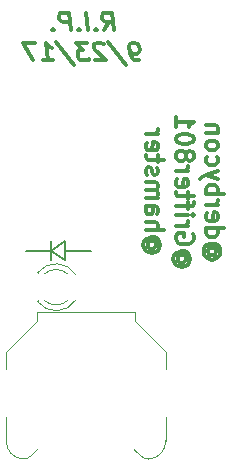
<source format=gbr>
G04 #@! TF.GenerationSoftware,KiCad,Pcbnew,(5.0.0-rc2-dev-321-g78161b592)*
G04 #@! TF.CreationDate,2018-09-15T23:15:39-06:00*
G04 #@! TF.ProjectId,trevor,747265766F722E6B696361645F706362,rev?*
G04 #@! TF.SameCoordinates,Original*
G04 #@! TF.FileFunction,Legend,Bot*
G04 #@! TF.FilePolarity,Positive*
%FSLAX46Y46*%
G04 Gerber Fmt 4.6, Leading zero omitted, Abs format (unit mm)*
G04 Created by KiCad (PCBNEW (5.0.0-rc2-dev-321-g78161b592)) date 09/15/18 23:15:39*
%MOMM*%
%LPD*%
G01*
G04 APERTURE LIST*
%ADD10C,0.300000*%
%ADD11C,0.200000*%
%ADD12C,0.120000*%
%ADD13R,3.900000X3.700000*%
%ADD14R,4.400000X4.400000*%
%ADD15R,2.200000X2.200000*%
%ADD16C,2.200000*%
%ADD17C,5.400000*%
%ADD18C,0.254000*%
G04 APERTURE END LIST*
D10*
X93820357Y-49303571D02*
X94231071Y-48589285D01*
X94677500Y-49303571D02*
X94490000Y-47803571D01*
X93918571Y-47803571D01*
X93784642Y-47875000D01*
X93722142Y-47946428D01*
X93668571Y-48089285D01*
X93695357Y-48303571D01*
X93784642Y-48446428D01*
X93865000Y-48517857D01*
X94016785Y-48589285D01*
X94588214Y-48589285D01*
X93159642Y-49160714D02*
X93097142Y-49232142D01*
X93177500Y-49303571D01*
X93240000Y-49232142D01*
X93159642Y-49160714D01*
X93177500Y-49303571D01*
X92463214Y-49303571D02*
X92275714Y-47803571D01*
X91731071Y-49160714D02*
X91668571Y-49232142D01*
X91748928Y-49303571D01*
X91811428Y-49232142D01*
X91731071Y-49160714D01*
X91748928Y-49303571D01*
X91034642Y-49303571D02*
X90847142Y-47803571D01*
X90275714Y-47803571D01*
X90141785Y-47875000D01*
X90079285Y-47946428D01*
X90025714Y-48089285D01*
X90052500Y-48303571D01*
X90141785Y-48446428D01*
X90222142Y-48517857D01*
X90373928Y-48589285D01*
X90945357Y-48589285D01*
X89516785Y-49160714D02*
X89454285Y-49232142D01*
X89534642Y-49303571D01*
X89597142Y-49232142D01*
X89516785Y-49160714D01*
X89534642Y-49303571D01*
X96820357Y-51853571D02*
X96534642Y-51853571D01*
X96382857Y-51782142D01*
X96302500Y-51710714D01*
X96132857Y-51496428D01*
X96025714Y-51210714D01*
X95954285Y-50639285D01*
X96007857Y-50496428D01*
X96070357Y-50425000D01*
X96204285Y-50353571D01*
X96490000Y-50353571D01*
X96641785Y-50425000D01*
X96722142Y-50496428D01*
X96811428Y-50639285D01*
X96856071Y-50996428D01*
X96802500Y-51139285D01*
X96740000Y-51210714D01*
X96606071Y-51282142D01*
X96320357Y-51282142D01*
X96168571Y-51210714D01*
X96088214Y-51139285D01*
X95998928Y-50996428D01*
X94195357Y-50282142D02*
X95722142Y-52210714D01*
X93793571Y-50496428D02*
X93713214Y-50425000D01*
X93561428Y-50353571D01*
X93204285Y-50353571D01*
X93070357Y-50425000D01*
X93007857Y-50496428D01*
X92954285Y-50639285D01*
X92972142Y-50782142D01*
X93070357Y-50996428D01*
X94034642Y-51853571D01*
X93106071Y-51853571D01*
X92418571Y-50353571D02*
X91490000Y-50353571D01*
X92061428Y-50925000D01*
X91847142Y-50925000D01*
X91713214Y-50996428D01*
X91650714Y-51067857D01*
X91597142Y-51210714D01*
X91641785Y-51567857D01*
X91731071Y-51710714D01*
X91811428Y-51782142D01*
X91963214Y-51853571D01*
X92391785Y-51853571D01*
X92525714Y-51782142D01*
X92588214Y-51710714D01*
X89766785Y-50282142D02*
X91293571Y-52210714D01*
X88677500Y-51853571D02*
X89534642Y-51853571D01*
X89106071Y-51853571D02*
X88918571Y-50353571D01*
X89088214Y-50567857D01*
X89248928Y-50710714D01*
X89400714Y-50782142D01*
X87990000Y-50353571D02*
X86990000Y-50353571D01*
X87820357Y-51853571D01*
D11*
X90550000Y-67950000D02*
X92750000Y-67950000D01*
X90550000Y-68750000D02*
X89350000Y-67950000D01*
X90550000Y-67150000D02*
X90550000Y-68750000D01*
X89350000Y-67950000D02*
X90550000Y-67150000D01*
X89350000Y-67150000D02*
X89350000Y-68750000D01*
X87250000Y-67950000D02*
X89350000Y-67950000D01*
D10*
X103185714Y-67714285D02*
X103257142Y-67785714D01*
X103328571Y-67928571D01*
X103328571Y-68071428D01*
X103257142Y-68214285D01*
X103185714Y-68285714D01*
X103042857Y-68357142D01*
X102900000Y-68357142D01*
X102757142Y-68285714D01*
X102685714Y-68214285D01*
X102614285Y-68071428D01*
X102614285Y-67928571D01*
X102685714Y-67785714D01*
X102757142Y-67714285D01*
X103328571Y-67714285D02*
X102757142Y-67714285D01*
X102685714Y-67642857D01*
X102685714Y-67571428D01*
X102757142Y-67428571D01*
X102900000Y-67357142D01*
X103257142Y-67357142D01*
X103471428Y-67500000D01*
X103614285Y-67714285D01*
X103685714Y-68000000D01*
X103614285Y-68285714D01*
X103471428Y-68500000D01*
X103257142Y-68642857D01*
X102971428Y-68714285D01*
X102685714Y-68642857D01*
X102471428Y-68500000D01*
X102328571Y-68285714D01*
X102257142Y-68000000D01*
X102328571Y-67714285D01*
X102471428Y-67500000D01*
X102471428Y-66071428D02*
X103971428Y-66071428D01*
X102542857Y-66071428D02*
X102471428Y-66214285D01*
X102471428Y-66500000D01*
X102542857Y-66642857D01*
X102614285Y-66714285D01*
X102757142Y-66785714D01*
X103185714Y-66785714D01*
X103328571Y-66714285D01*
X103400000Y-66642857D01*
X103471428Y-66500000D01*
X103471428Y-66214285D01*
X103400000Y-66071428D01*
X102542857Y-64785714D02*
X102471428Y-64928571D01*
X102471428Y-65214285D01*
X102542857Y-65357142D01*
X102685714Y-65428571D01*
X103257142Y-65428571D01*
X103400000Y-65357142D01*
X103471428Y-65214285D01*
X103471428Y-64928571D01*
X103400000Y-64785714D01*
X103257142Y-64714285D01*
X103114285Y-64714285D01*
X102971428Y-65428571D01*
X102471428Y-64071428D02*
X103471428Y-64071428D01*
X103185714Y-64071428D02*
X103328571Y-64000000D01*
X103400000Y-63928571D01*
X103471428Y-63785714D01*
X103471428Y-63642857D01*
X102471428Y-63142857D02*
X103971428Y-63142857D01*
X103400000Y-63142857D02*
X103471428Y-63000000D01*
X103471428Y-62714285D01*
X103400000Y-62571428D01*
X103328571Y-62500000D01*
X103185714Y-62428571D01*
X102757142Y-62428571D01*
X102614285Y-62500000D01*
X102542857Y-62571428D01*
X102471428Y-62714285D01*
X102471428Y-63000000D01*
X102542857Y-63142857D01*
X103471428Y-61928571D02*
X102471428Y-61571428D01*
X103471428Y-61214285D02*
X102471428Y-61571428D01*
X102114285Y-61714285D01*
X102042857Y-61785714D01*
X101971428Y-61928571D01*
X102542857Y-60000000D02*
X102471428Y-60142857D01*
X102471428Y-60428571D01*
X102542857Y-60571428D01*
X102614285Y-60642857D01*
X102757142Y-60714285D01*
X103185714Y-60714285D01*
X103328571Y-60642857D01*
X103400000Y-60571428D01*
X103471428Y-60428571D01*
X103471428Y-60142857D01*
X103400000Y-60000000D01*
X102471428Y-59142857D02*
X102542857Y-59285714D01*
X102614285Y-59357142D01*
X102757142Y-59428571D01*
X103185714Y-59428571D01*
X103328571Y-59357142D01*
X103400000Y-59285714D01*
X103471428Y-59142857D01*
X103471428Y-58928571D01*
X103400000Y-58785714D01*
X103328571Y-58714285D01*
X103185714Y-58642857D01*
X102757142Y-58642857D01*
X102614285Y-58714285D01*
X102542857Y-58785714D01*
X102471428Y-58928571D01*
X102471428Y-59142857D01*
X103471428Y-58000000D02*
X102471428Y-58000000D01*
X103328571Y-58000000D02*
X103400000Y-57928571D01*
X103471428Y-57785714D01*
X103471428Y-57571428D01*
X103400000Y-57428571D01*
X103257142Y-57357142D01*
X102471428Y-57357142D01*
X100635714Y-68357142D02*
X100707142Y-68428571D01*
X100778571Y-68571428D01*
X100778571Y-68714285D01*
X100707142Y-68857142D01*
X100635714Y-68928571D01*
X100492857Y-69000000D01*
X100350000Y-69000000D01*
X100207142Y-68928571D01*
X100135714Y-68857142D01*
X100064285Y-68714285D01*
X100064285Y-68571428D01*
X100135714Y-68428571D01*
X100207142Y-68357142D01*
X100778571Y-68357142D02*
X100207142Y-68357142D01*
X100135714Y-68285714D01*
X100135714Y-68214285D01*
X100207142Y-68071428D01*
X100350000Y-68000000D01*
X100707142Y-68000000D01*
X100921428Y-68142857D01*
X101064285Y-68357142D01*
X101135714Y-68642857D01*
X101064285Y-68928571D01*
X100921428Y-69142857D01*
X100707142Y-69285714D01*
X100421428Y-69357142D01*
X100135714Y-69285714D01*
X99921428Y-69142857D01*
X99778571Y-68928571D01*
X99707142Y-68642857D01*
X99778571Y-68357142D01*
X99921428Y-68142857D01*
X101350000Y-66571428D02*
X101421428Y-66714285D01*
X101421428Y-66928571D01*
X101350000Y-67142857D01*
X101207142Y-67285714D01*
X101064285Y-67357142D01*
X100778571Y-67428571D01*
X100564285Y-67428571D01*
X100278571Y-67357142D01*
X100135714Y-67285714D01*
X99992857Y-67142857D01*
X99921428Y-66928571D01*
X99921428Y-66785714D01*
X99992857Y-66571428D01*
X100064285Y-66500000D01*
X100564285Y-66500000D01*
X100564285Y-66785714D01*
X99921428Y-65857142D02*
X100921428Y-65857142D01*
X100635714Y-65857142D02*
X100778571Y-65785714D01*
X100850000Y-65714285D01*
X100921428Y-65571428D01*
X100921428Y-65428571D01*
X99921428Y-64928571D02*
X100921428Y-64928571D01*
X101421428Y-64928571D02*
X101350000Y-65000000D01*
X101278571Y-64928571D01*
X101350000Y-64857142D01*
X101421428Y-64928571D01*
X101278571Y-64928571D01*
X100921428Y-64428571D02*
X100921428Y-63857142D01*
X99921428Y-64214285D02*
X101207142Y-64214285D01*
X101350000Y-64142857D01*
X101421428Y-64000000D01*
X101421428Y-63857142D01*
X100921428Y-63571428D02*
X100921428Y-63000000D01*
X101421428Y-63357142D02*
X100135714Y-63357142D01*
X99992857Y-63285714D01*
X99921428Y-63142857D01*
X99921428Y-63000000D01*
X99992857Y-61928571D02*
X99921428Y-62071428D01*
X99921428Y-62357142D01*
X99992857Y-62500000D01*
X100135714Y-62571428D01*
X100707142Y-62571428D01*
X100850000Y-62500000D01*
X100921428Y-62357142D01*
X100921428Y-62071428D01*
X100850000Y-61928571D01*
X100707142Y-61857142D01*
X100564285Y-61857142D01*
X100421428Y-62571428D01*
X99921428Y-61214285D02*
X100921428Y-61214285D01*
X100635714Y-61214285D02*
X100778571Y-61142857D01*
X100850000Y-61071428D01*
X100921428Y-60928571D01*
X100921428Y-60785714D01*
X100778571Y-60071428D02*
X100850000Y-60214285D01*
X100921428Y-60285714D01*
X101064285Y-60357142D01*
X101135714Y-60357142D01*
X101278571Y-60285714D01*
X101350000Y-60214285D01*
X101421428Y-60071428D01*
X101421428Y-59785714D01*
X101350000Y-59642857D01*
X101278571Y-59571428D01*
X101135714Y-59500000D01*
X101064285Y-59500000D01*
X100921428Y-59571428D01*
X100850000Y-59642857D01*
X100778571Y-59785714D01*
X100778571Y-60071428D01*
X100707142Y-60214285D01*
X100635714Y-60285714D01*
X100492857Y-60357142D01*
X100207142Y-60357142D01*
X100064285Y-60285714D01*
X99992857Y-60214285D01*
X99921428Y-60071428D01*
X99921428Y-59785714D01*
X99992857Y-59642857D01*
X100064285Y-59571428D01*
X100207142Y-59500000D01*
X100492857Y-59500000D01*
X100635714Y-59571428D01*
X100707142Y-59642857D01*
X100778571Y-59785714D01*
X101421428Y-58571428D02*
X101421428Y-58428571D01*
X101350000Y-58285714D01*
X101278571Y-58214285D01*
X101135714Y-58142857D01*
X100850000Y-58071428D01*
X100492857Y-58071428D01*
X100207142Y-58142857D01*
X100064285Y-58214285D01*
X99992857Y-58285714D01*
X99921428Y-58428571D01*
X99921428Y-58571428D01*
X99992857Y-58714285D01*
X100064285Y-58785714D01*
X100207142Y-58857142D01*
X100492857Y-58928571D01*
X100850000Y-58928571D01*
X101135714Y-58857142D01*
X101278571Y-58785714D01*
X101350000Y-58714285D01*
X101421428Y-58571428D01*
X99921428Y-56642857D02*
X99921428Y-57500000D01*
X99921428Y-57071428D02*
X101421428Y-57071428D01*
X101207142Y-57214285D01*
X101064285Y-57357142D01*
X100992857Y-57500000D01*
X98085714Y-67178571D02*
X98157142Y-67250000D01*
X98228571Y-67392857D01*
X98228571Y-67535714D01*
X98157142Y-67678571D01*
X98085714Y-67750000D01*
X97942857Y-67821428D01*
X97800000Y-67821428D01*
X97657142Y-67750000D01*
X97585714Y-67678571D01*
X97514285Y-67535714D01*
X97514285Y-67392857D01*
X97585714Y-67250000D01*
X97657142Y-67178571D01*
X98228571Y-67178571D02*
X97657142Y-67178571D01*
X97585714Y-67107142D01*
X97585714Y-67035714D01*
X97657142Y-66892857D01*
X97800000Y-66821428D01*
X98157142Y-66821428D01*
X98371428Y-66964285D01*
X98514285Y-67178571D01*
X98585714Y-67464285D01*
X98514285Y-67750000D01*
X98371428Y-67964285D01*
X98157142Y-68107142D01*
X97871428Y-68178571D01*
X97585714Y-68107142D01*
X97371428Y-67964285D01*
X97228571Y-67750000D01*
X97157142Y-67464285D01*
X97228571Y-67178571D01*
X97371428Y-66964285D01*
X97371428Y-66178571D02*
X98871428Y-66178571D01*
X97371428Y-65535714D02*
X98157142Y-65535714D01*
X98300000Y-65607142D01*
X98371428Y-65750000D01*
X98371428Y-65964285D01*
X98300000Y-66107142D01*
X98228571Y-66178571D01*
X97371428Y-64178571D02*
X98157142Y-64178571D01*
X98300000Y-64250000D01*
X98371428Y-64392857D01*
X98371428Y-64678571D01*
X98300000Y-64821428D01*
X97442857Y-64178571D02*
X97371428Y-64321428D01*
X97371428Y-64678571D01*
X97442857Y-64821428D01*
X97585714Y-64892857D01*
X97728571Y-64892857D01*
X97871428Y-64821428D01*
X97942857Y-64678571D01*
X97942857Y-64321428D01*
X98014285Y-64178571D01*
X97371428Y-63464285D02*
X98371428Y-63464285D01*
X98228571Y-63464285D02*
X98300000Y-63392857D01*
X98371428Y-63250000D01*
X98371428Y-63035714D01*
X98300000Y-62892857D01*
X98157142Y-62821428D01*
X97371428Y-62821428D01*
X98157142Y-62821428D02*
X98300000Y-62750000D01*
X98371428Y-62607142D01*
X98371428Y-62392857D01*
X98300000Y-62250000D01*
X98157142Y-62178571D01*
X97371428Y-62178571D01*
X97442857Y-61535714D02*
X97371428Y-61392857D01*
X97371428Y-61107142D01*
X97442857Y-60964285D01*
X97585714Y-60892857D01*
X97657142Y-60892857D01*
X97800000Y-60964285D01*
X97871428Y-61107142D01*
X97871428Y-61321428D01*
X97942857Y-61464285D01*
X98085714Y-61535714D01*
X98157142Y-61535714D01*
X98300000Y-61464285D01*
X98371428Y-61321428D01*
X98371428Y-61107142D01*
X98300000Y-60964285D01*
X98371428Y-60464285D02*
X98371428Y-59892857D01*
X98871428Y-60250000D02*
X97585714Y-60250000D01*
X97442857Y-60178571D01*
X97371428Y-60035714D01*
X97371428Y-59892857D01*
X97442857Y-58821428D02*
X97371428Y-58964285D01*
X97371428Y-59250000D01*
X97442857Y-59392857D01*
X97585714Y-59464285D01*
X98157142Y-59464285D01*
X98300000Y-59392857D01*
X98371428Y-59250000D01*
X98371428Y-58964285D01*
X98300000Y-58821428D01*
X98157142Y-58750000D01*
X98014285Y-58750000D01*
X97871428Y-59464285D01*
X97371428Y-58107142D02*
X98371428Y-58107142D01*
X98085714Y-58107142D02*
X98228571Y-58035714D01*
X98300000Y-57964285D01*
X98371428Y-57821428D01*
X98371428Y-57678571D01*
D12*
X86885385Y-85584160D02*
G75*
G03X87800000Y-85200000I124615J984160D01*
G01*
X97714615Y-85584160D02*
G75*
G02X96800000Y-85200000I-124615J984160D01*
G01*
X87809339Y-85188671D02*
G75*
G02X96800000Y-85200000I4490661J-3711329D01*
G01*
X85550000Y-84050000D02*
G75*
G03X87000000Y-85600000I1500000J-50000D01*
G01*
X99050000Y-84050000D02*
G75*
G02X97600000Y-85600000I-1500000J-50000D01*
G01*
X85550000Y-82000000D02*
X85550000Y-84100000D01*
X99050000Y-82000000D02*
X99050000Y-84100000D01*
X99050000Y-78000000D02*
X99050000Y-76550000D01*
X99050000Y-76550000D02*
X96450000Y-73950000D01*
X96450000Y-73950000D02*
X96450000Y-73150000D01*
X96450000Y-73150000D02*
X88150000Y-73150000D01*
X88150000Y-73150000D02*
X88150000Y-73950000D01*
X88150000Y-73950000D02*
X85550000Y-76550000D01*
X85550000Y-76550000D02*
X85550000Y-78000000D01*
X91442335Y-72128608D02*
G75*
G02X88210000Y-72285516I-1672335J1078608D01*
G01*
X91442335Y-69971392D02*
G75*
G03X88210000Y-69814484I-1672335J-1078608D01*
G01*
X90811130Y-72129837D02*
G75*
G02X88729039Y-72130000I-1041130J1079837D01*
G01*
X90811130Y-69970163D02*
G75*
G03X88729039Y-69970000I-1041130J-1079837D01*
G01*
X88210000Y-72286000D02*
X88210000Y-72130000D01*
X88210000Y-69970000D02*
X88210000Y-69814000D01*
%LPC*%
D13*
X100200000Y-80000000D03*
X84400000Y-80000000D03*
D14*
X92300000Y-80000000D03*
D15*
X88500000Y-71050000D03*
D16*
X91040000Y-71050000D03*
D17*
X92000000Y-55350000D03*
D18*
G36*
X93345433Y-73935952D02*
X94717705Y-74328030D01*
X95993004Y-75112829D01*
X96973658Y-75995418D01*
X97656432Y-76970810D01*
X98142388Y-78234295D01*
X98142388Y-81883204D01*
X97658019Y-82948816D01*
X96873666Y-84125346D01*
X95598974Y-85203931D01*
X94227014Y-85889911D01*
X92859428Y-86182965D01*
X91096600Y-86085030D01*
X89331002Y-85398409D01*
X87859685Y-84319443D01*
X86979285Y-83145576D01*
X86496388Y-82083204D01*
X86496388Y-78138224D01*
X86980757Y-77072612D01*
X87570800Y-76187548D01*
X88158049Y-75502424D01*
X89138217Y-74718289D01*
X90114935Y-74229931D01*
X91191556Y-73936307D01*
X92368331Y-73838242D01*
X93345433Y-73935952D01*
X93345433Y-73935952D01*
G37*
X93345433Y-73935952D02*
X94717705Y-74328030D01*
X95993004Y-75112829D01*
X96973658Y-75995418D01*
X97656432Y-76970810D01*
X98142388Y-78234295D01*
X98142388Y-81883204D01*
X97658019Y-82948816D01*
X96873666Y-84125346D01*
X95598974Y-85203931D01*
X94227014Y-85889911D01*
X92859428Y-86182965D01*
X91096600Y-86085030D01*
X89331002Y-85398409D01*
X87859685Y-84319443D01*
X86979285Y-83145576D01*
X86496388Y-82083204D01*
X86496388Y-78138224D01*
X86980757Y-77072612D01*
X87570800Y-76187548D01*
X88158049Y-75502424D01*
X89138217Y-74718289D01*
X90114935Y-74229931D01*
X91191556Y-73936307D01*
X92368331Y-73838242D01*
X93345433Y-73935952D01*
M02*

</source>
